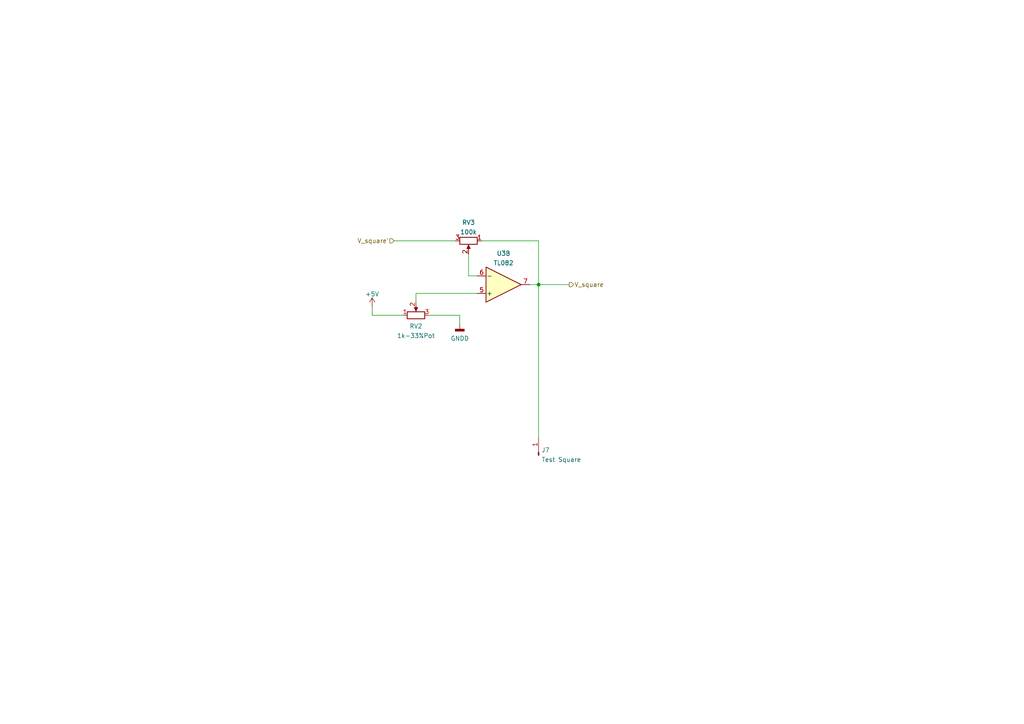
<source format=kicad_sch>
(kicad_sch (version 20211123) (generator eeschema)
  (paper "A4")
  (lib_symbols
    (symbol "Amplifier_Operational:TL082" (pin_names (offset 0.127))
      (property "Reference" "U" (at 0 5.08 0))
      (property "Value" "TL082" (at 0 -5.08 0))
      (symbol "TL082_1_1"
        (polyline (pts (xy -5.08 5.08) (xy 5.08 0) (xy -5.08 -5.08) (xy -5.08 5.08)) (stroke (width 0.254)) (fill (type background)))
        (pin output line (at 7.62 0 180) (length 2.54) (name "~") (number "1"))
        (pin input line (at -7.62 -2.54 0) (length 2.54) (name "-") (number "2"))
        (pin input line (at -7.62 2.54 0) (length 2.54) (name "+") (number "3"))
      )
      (symbol "TL082_2_1"
        (polyline (pts (xy -5.08 5.08) (xy 5.08 0) (xy -5.08 -5.08) (xy -5.08 5.08)) (stroke (width 0.254)) (fill (type background)))
        (pin input line (at -7.62 2.54 0) (length 2.54) (name "+") (number "5"))
        (pin input line (at -7.62 -2.54 0) (length 2.54) (name "-") (number "6"))
        (pin output line (at 7.62 0 180) (length 2.54) (name "~") (number "7"))
      )
      (symbol "TL082_3_1"
        (pin power_in line (at -2.54 -7.62 90) (length 3.81) (name "V-") (number "4"))
        (pin power_in line (at -2.54 7.62 270) (length 3.81) (name "V+") (number "8"))
      )
    )
    (symbol "Connector:Conn_01x01_Male" (pin_names (offset 1.016) hide)
      (property "Reference" "J" (at 0 2.54 0))
      (property "Value" "Conn_01x01_Male" (at 0 -2.54 0))
      (symbol "Conn_01x01_Male_1_1"
        (polyline (pts (xy 1.27 0) (xy 0.8636 0)) (stroke (width 0.1524)))
        (rectangle (start 0.8636 0.127) (end 0 -0.127) (stroke (width 0.1524)) (fill (type outline)))
        (pin passive line (at 5.08 0 180) (length 3.81) (name "Pin_1") (number "1"))
      )
    )
    (symbol "Device:R_Potentiometer" (pin_names (offset 1.016) hide)
      (property "Reference" "RV" (at -4.445 0 90))
      (property "Value" "R_Potentiometer" (at -2.54 0 90))
      (symbol "R_Potentiometer_0_1"
        (polyline (pts (xy 2.54 0) (xy 1.524 0)))
        (polyline (pts (xy 1.143 0) (xy 2.286 0.508) (xy 2.286 -0.508) (xy 1.143 0)) (fill (type outline)))
        (rectangle (start 1.016 2.54) (end -1.016 -2.54) (stroke (width 0.254)))
      )
      (symbol "R_Potentiometer_1_1"
        (pin passive line (at 0 3.81 270) (length 1.27) (name "1") (number "1"))
        (pin passive line (at 3.81 0 180) (length 1.27) (name "2") (number "2"))
        (pin passive line (at 0 -3.81 90) (length 1.27) (name "3") (number "3"))
      )
    )
    (symbol "power:+5V" (power) (pin_names (offset 0))
      (property "Value" "+5V" (at 0 3.556 0))
      (symbol "+5V_0_1"
        (polyline (pts (xy -0.762 1.27) (xy 0 2.54)))
        (polyline (pts (xy 0 0) (xy 0 2.54)))
        (polyline (pts (xy 0 2.54) (xy 0.762 1.27)))
      )
      (symbol "+5V_1_1"
        (pin power_in line (at 0 0 90) (length 0) hide (name "+5V") (number "1"))
      )
    )
    (symbol "power:GNDD" (power) (pin_names (offset 0))
      (property "Value" "GNDD" (at 0 -3.175 0))
      (symbol "GNDD_0_1"
        (rectangle (start -1.27 -1.524) (end 1.27 -2.032) (stroke (width 0.254)) (fill (type outline)))
        (polyline (pts (xy 0 0) (xy 0 -1.524)))
      )
      (symbol "GNDD_1_1"
        (pin power_in line (at 0 0 270) (length 0) hide (name "GNDD") (number "1"))
      )
    )
  )
  (junction (at 156.21 82.55))
  (wire (pts (xy 120.65 87.63) (xy 120.65 85.09)))
  (wire (pts (xy 133.35 91.44) (xy 133.35 93.98)))
  (wire (pts (xy 114.3 69.85) (xy 132.08 69.85)))
  (wire (pts (xy 135.89 80.01) (xy 138.43 80.01)))
  (wire (pts (xy 124.46 91.44) (xy 133.35 91.44)))
  (wire (pts (xy 156.21 69.85) (xy 156.21 82.55)))
  (wire (pts (xy 156.21 82.55) (xy 165.1 82.55)))
  (wire (pts (xy 139.7 69.85) (xy 156.21 69.85)))
  (wire (pts (xy 116.84 91.44) (xy 107.95 91.44)))
  (wire (pts (xy 156.21 82.55) (xy 156.21 127)))
  (wire (pts (xy 107.95 88.9) (xy 107.95 91.44)))
  (wire (pts (xy 153.67 82.55) (xy 156.21 82.55)))
  (wire (pts (xy 135.89 73.66) (xy 135.89 80.01)))
  (wire (pts (xy 120.65 85.09) (xy 138.43 85.09)))
  (hierarchical_label "V_square" (shape output) (at 165.1 82.55 0))
  (hierarchical_label "V_square'" (shape input) (at 114.3 69.85 180))
  (symbol (lib_id "Device:R_Potentiometer") (at 120.65 91.44 90) (unit 1)
    (property "Reference" "RV2" (at 120.65 94.6055 90))
    (property "Value" "1k-33%Pot" (at 120.65 97.3806 90))
    (property "Footprint" "Potentiometer_THT:Potentiometer_Vishay_T73YP_Vertical" (effects hide))
  )
  (symbol (lib_id "Device:R_Potentiometer") (at 135.89 69.85 270) (unit 1)
    (property "Reference" "RV3" (at 135.89 64.5349 90))
    (property "Value" "100k" (at 135.89 67.31 90))
    (property "Footprint" "Potentiometer_THT:Potentiometer_Vishay_T73YP_Vertical" (effects hide))
  )
  (symbol (lib_id "Amplifier_Operational:TL082") (at 146.05 82.55 0) (mirror x) (unit 2)
    (property "Reference" "U3" (at 146.05 73.5035 0))
    (property "Value" "TL082" (at 146.05 76.2786 0))
    (property "Footprint" "Custom Footprints:DIP-8_central_caps" (effects hide))
    (property "Datasheet" "http://www.ti.com/lit/ds/symlink/tl081.pdf" (effects hide))
  )
  (symbol (lib_id "power:+5V") (at 107.95 88.9 0) (unit 1)
    (property "Reference" "#PWR068" (effects hide))
    (property "Value" "+5V" (at 107.95 85.2955 0))
  )
  (symbol (lib_id "Connector:Conn_01x01_Male") (at 156.21 132.08 90) (unit 1)
    (property "Reference" "J7" (at 157.0482 130.5365 90) (effects (justify right)))
    (property "Value" "Test Square" (at 157.0482 133.3116 90) (effects (justify right)))
    (property "Footprint" "Connector_PinHeader_2.54mm:PinHeader_1x01_P2.54mm_Vertical" (effects hide))
  )
  (symbol (lib_id "power:GNDD") (at 133.35 93.98 0) (unit 1)
    (property "Reference" "#PWR069" (effects hide))
    (property "Value" "GNDD" (at 133.35 98.1615 0))
  )
)
</source>
